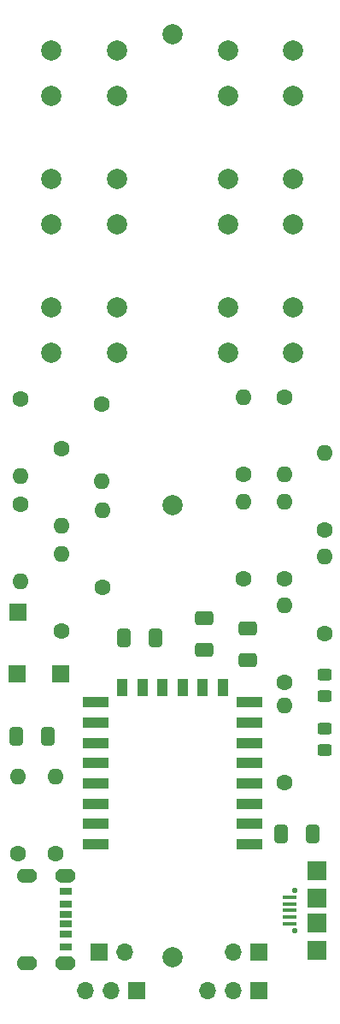
<source format=gbr>
%TF.GenerationSoftware,KiCad,Pcbnew,(6.0.5)*%
%TF.CreationDate,2022-08-02T11:06:52+05:30*%
%TF.ProjectId,ESP12 Smart Remote,45535031-3220-4536-9d61-72742052656d,rev?*%
%TF.SameCoordinates,Original*%
%TF.FileFunction,Soldermask,Top*%
%TF.FilePolarity,Negative*%
%FSLAX46Y46*%
G04 Gerber Fmt 4.6, Leading zero omitted, Abs format (unit mm)*
G04 Created by KiCad (PCBNEW (6.0.5)) date 2022-08-02 11:06:52*
%MOMM*%
%LPD*%
G01*
G04 APERTURE LIST*
G04 Aperture macros list*
%AMRoundRect*
0 Rectangle with rounded corners*
0 $1 Rounding radius*
0 $2 $3 $4 $5 $6 $7 $8 $9 X,Y pos of 4 corners*
0 Add a 4 corners polygon primitive as box body*
4,1,4,$2,$3,$4,$5,$6,$7,$8,$9,$2,$3,0*
0 Add four circle primitives for the rounded corners*
1,1,$1+$1,$2,$3*
1,1,$1+$1,$4,$5*
1,1,$1+$1,$6,$7*
1,1,$1+$1,$8,$9*
0 Add four rect primitives between the rounded corners*
20,1,$1+$1,$2,$3,$4,$5,0*
20,1,$1+$1,$4,$5,$6,$7,0*
20,1,$1+$1,$6,$7,$8,$9,0*
20,1,$1+$1,$8,$9,$2,$3,0*%
G04 Aperture macros list end*
%ADD10C,0.010000*%
%ADD11C,2.000000*%
%ADD12C,1.600000*%
%ADD13O,1.600000X1.600000*%
%ADD14C,0.550000*%
%ADD15R,1.350000X0.400000*%
%ADD16R,1.900000X1.900000*%
%ADD17R,1.700000X1.700000*%
%ADD18O,1.700000X1.700000*%
%ADD19RoundRect,0.250000X0.450000X-0.325000X0.450000X0.325000X-0.450000X0.325000X-0.450000X-0.325000X0*%
%ADD20R,2.500000X1.000000*%
%ADD21R,1.000000X1.800000*%
%ADD22RoundRect,0.250000X0.650000X-0.412500X0.650000X0.412500X-0.650000X0.412500X-0.650000X-0.412500X0*%
%ADD23RoundRect,0.250000X-0.412500X-0.650000X0.412500X-0.650000X0.412500X0.650000X-0.412500X0.650000X0*%
%ADD24R,1.200000X0.700000*%
%ADD25R,1.200000X0.760000*%
%ADD26R,1.200000X0.800000*%
G04 APERTURE END LIST*
%TO.C,J1*%
G36*
X140504000Y-126349000D02*
G01*
X140538000Y-126352000D01*
X140572000Y-126356000D01*
X140605000Y-126362000D01*
X140638000Y-126370000D01*
X140671000Y-126380000D01*
X140703000Y-126391000D01*
X140734000Y-126404000D01*
X140765000Y-126419000D01*
X140795000Y-126435000D01*
X140824000Y-126453000D01*
X140852000Y-126472000D01*
X140879000Y-126493000D01*
X140905000Y-126515000D01*
X140930000Y-126538000D01*
X140953000Y-126563000D01*
X140975000Y-126589000D01*
X140996000Y-126616000D01*
X141015000Y-126644000D01*
X141033000Y-126673000D01*
X141049000Y-126703000D01*
X141064000Y-126734000D01*
X141077000Y-126765000D01*
X141088000Y-126797000D01*
X141098000Y-126830000D01*
X141106000Y-126863000D01*
X141112000Y-126896000D01*
X141116000Y-126930000D01*
X141119000Y-126964000D01*
X141120000Y-126998000D01*
X141119000Y-127032000D01*
X141116000Y-127066000D01*
X141112000Y-127100000D01*
X141106000Y-127133000D01*
X141098000Y-127166000D01*
X141088000Y-127199000D01*
X141077000Y-127231000D01*
X141064000Y-127262000D01*
X141049000Y-127293000D01*
X141033000Y-127323000D01*
X141015000Y-127352000D01*
X140996000Y-127380000D01*
X140975000Y-127407000D01*
X140953000Y-127433000D01*
X140930000Y-127458000D01*
X140905000Y-127481000D01*
X140879000Y-127503000D01*
X140852000Y-127524000D01*
X140824000Y-127543000D01*
X140795000Y-127561000D01*
X140765000Y-127577000D01*
X140734000Y-127592000D01*
X140703000Y-127605000D01*
X140671000Y-127616000D01*
X140638000Y-127626000D01*
X140605000Y-127634000D01*
X140572000Y-127640000D01*
X140538000Y-127644000D01*
X140504000Y-127647000D01*
X140470000Y-127648000D01*
X139870000Y-127648000D01*
X139836000Y-127647000D01*
X139802000Y-127644000D01*
X139768000Y-127640000D01*
X139735000Y-127634000D01*
X139702000Y-127626000D01*
X139669000Y-127616000D01*
X139637000Y-127605000D01*
X139606000Y-127592000D01*
X139575000Y-127577000D01*
X139545000Y-127561000D01*
X139516000Y-127543000D01*
X139488000Y-127524000D01*
X139461000Y-127503000D01*
X139435000Y-127481000D01*
X139410000Y-127458000D01*
X139387000Y-127433000D01*
X139365000Y-127407000D01*
X139344000Y-127380000D01*
X139325000Y-127352000D01*
X139307000Y-127323000D01*
X139291000Y-127293000D01*
X139276000Y-127262000D01*
X139263000Y-127231000D01*
X139252000Y-127199000D01*
X139242000Y-127166000D01*
X139234000Y-127133000D01*
X139228000Y-127100000D01*
X139224000Y-127066000D01*
X139221000Y-127032000D01*
X139220000Y-126998000D01*
X139221000Y-126964000D01*
X139224000Y-126930000D01*
X139228000Y-126896000D01*
X139234000Y-126863000D01*
X139242000Y-126830000D01*
X139252000Y-126797000D01*
X139263000Y-126765000D01*
X139276000Y-126734000D01*
X139291000Y-126703000D01*
X139307000Y-126673000D01*
X139325000Y-126644000D01*
X139344000Y-126616000D01*
X139365000Y-126589000D01*
X139387000Y-126563000D01*
X139410000Y-126538000D01*
X139435000Y-126515000D01*
X139461000Y-126493000D01*
X139488000Y-126472000D01*
X139516000Y-126453000D01*
X139545000Y-126435000D01*
X139575000Y-126419000D01*
X139606000Y-126404000D01*
X139637000Y-126391000D01*
X139669000Y-126380000D01*
X139702000Y-126370000D01*
X139735000Y-126362000D01*
X139768000Y-126356000D01*
X139802000Y-126352000D01*
X139836000Y-126349000D01*
X139870000Y-126348000D01*
X140470000Y-126348000D01*
X140504000Y-126349000D01*
G37*
D10*
X140504000Y-126349000D02*
X140538000Y-126352000D01*
X140572000Y-126356000D01*
X140605000Y-126362000D01*
X140638000Y-126370000D01*
X140671000Y-126380000D01*
X140703000Y-126391000D01*
X140734000Y-126404000D01*
X140765000Y-126419000D01*
X140795000Y-126435000D01*
X140824000Y-126453000D01*
X140852000Y-126472000D01*
X140879000Y-126493000D01*
X140905000Y-126515000D01*
X140930000Y-126538000D01*
X140953000Y-126563000D01*
X140975000Y-126589000D01*
X140996000Y-126616000D01*
X141015000Y-126644000D01*
X141033000Y-126673000D01*
X141049000Y-126703000D01*
X141064000Y-126734000D01*
X141077000Y-126765000D01*
X141088000Y-126797000D01*
X141098000Y-126830000D01*
X141106000Y-126863000D01*
X141112000Y-126896000D01*
X141116000Y-126930000D01*
X141119000Y-126964000D01*
X141120000Y-126998000D01*
X141119000Y-127032000D01*
X141116000Y-127066000D01*
X141112000Y-127100000D01*
X141106000Y-127133000D01*
X141098000Y-127166000D01*
X141088000Y-127199000D01*
X141077000Y-127231000D01*
X141064000Y-127262000D01*
X141049000Y-127293000D01*
X141033000Y-127323000D01*
X141015000Y-127352000D01*
X140996000Y-127380000D01*
X140975000Y-127407000D01*
X140953000Y-127433000D01*
X140930000Y-127458000D01*
X140905000Y-127481000D01*
X140879000Y-127503000D01*
X140852000Y-127524000D01*
X140824000Y-127543000D01*
X140795000Y-127561000D01*
X140765000Y-127577000D01*
X140734000Y-127592000D01*
X140703000Y-127605000D01*
X140671000Y-127616000D01*
X140638000Y-127626000D01*
X140605000Y-127634000D01*
X140572000Y-127640000D01*
X140538000Y-127644000D01*
X140504000Y-127647000D01*
X140470000Y-127648000D01*
X139870000Y-127648000D01*
X139836000Y-127647000D01*
X139802000Y-127644000D01*
X139768000Y-127640000D01*
X139735000Y-127634000D01*
X139702000Y-127626000D01*
X139669000Y-127616000D01*
X139637000Y-127605000D01*
X139606000Y-127592000D01*
X139575000Y-127577000D01*
X139545000Y-127561000D01*
X139516000Y-127543000D01*
X139488000Y-127524000D01*
X139461000Y-127503000D01*
X139435000Y-127481000D01*
X139410000Y-127458000D01*
X139387000Y-127433000D01*
X139365000Y-127407000D01*
X139344000Y-127380000D01*
X139325000Y-127352000D01*
X139307000Y-127323000D01*
X139291000Y-127293000D01*
X139276000Y-127262000D01*
X139263000Y-127231000D01*
X139252000Y-127199000D01*
X139242000Y-127166000D01*
X139234000Y-127133000D01*
X139228000Y-127100000D01*
X139224000Y-127066000D01*
X139221000Y-127032000D01*
X139220000Y-126998000D01*
X139221000Y-126964000D01*
X139224000Y-126930000D01*
X139228000Y-126896000D01*
X139234000Y-126863000D01*
X139242000Y-126830000D01*
X139252000Y-126797000D01*
X139263000Y-126765000D01*
X139276000Y-126734000D01*
X139291000Y-126703000D01*
X139307000Y-126673000D01*
X139325000Y-126644000D01*
X139344000Y-126616000D01*
X139365000Y-126589000D01*
X139387000Y-126563000D01*
X139410000Y-126538000D01*
X139435000Y-126515000D01*
X139461000Y-126493000D01*
X139488000Y-126472000D01*
X139516000Y-126453000D01*
X139545000Y-126435000D01*
X139575000Y-126419000D01*
X139606000Y-126404000D01*
X139637000Y-126391000D01*
X139669000Y-126380000D01*
X139702000Y-126370000D01*
X139735000Y-126362000D01*
X139768000Y-126356000D01*
X139802000Y-126352000D01*
X139836000Y-126349000D01*
X139870000Y-126348000D01*
X140470000Y-126348000D01*
X140504000Y-126349000D01*
G36*
X144304000Y-134989000D02*
G01*
X144338000Y-134992000D01*
X144372000Y-134996000D01*
X144405000Y-135002000D01*
X144438000Y-135010000D01*
X144471000Y-135020000D01*
X144503000Y-135031000D01*
X144534000Y-135044000D01*
X144565000Y-135059000D01*
X144595000Y-135075000D01*
X144624000Y-135093000D01*
X144652000Y-135112000D01*
X144679000Y-135133000D01*
X144705000Y-135155000D01*
X144730000Y-135178000D01*
X144753000Y-135203000D01*
X144775000Y-135229000D01*
X144796000Y-135256000D01*
X144815000Y-135284000D01*
X144833000Y-135313000D01*
X144849000Y-135343000D01*
X144864000Y-135374000D01*
X144877000Y-135405000D01*
X144888000Y-135437000D01*
X144898000Y-135470000D01*
X144906000Y-135503000D01*
X144912000Y-135536000D01*
X144916000Y-135570000D01*
X144919000Y-135604000D01*
X144920000Y-135638000D01*
X144919000Y-135672000D01*
X144916000Y-135706000D01*
X144912000Y-135740000D01*
X144906000Y-135773000D01*
X144898000Y-135806000D01*
X144888000Y-135839000D01*
X144877000Y-135871000D01*
X144864000Y-135902000D01*
X144849000Y-135933000D01*
X144833000Y-135963000D01*
X144815000Y-135992000D01*
X144796000Y-136020000D01*
X144775000Y-136047000D01*
X144753000Y-136073000D01*
X144730000Y-136098000D01*
X144705000Y-136121000D01*
X144679000Y-136143000D01*
X144652000Y-136164000D01*
X144624000Y-136183000D01*
X144595000Y-136201000D01*
X144565000Y-136217000D01*
X144534000Y-136232000D01*
X144503000Y-136245000D01*
X144471000Y-136256000D01*
X144438000Y-136266000D01*
X144405000Y-136274000D01*
X144372000Y-136280000D01*
X144338000Y-136284000D01*
X144304000Y-136287000D01*
X144270000Y-136288000D01*
X143670000Y-136288000D01*
X143636000Y-136287000D01*
X143602000Y-136284000D01*
X143568000Y-136280000D01*
X143535000Y-136274000D01*
X143502000Y-136266000D01*
X143469000Y-136256000D01*
X143437000Y-136245000D01*
X143406000Y-136232000D01*
X143375000Y-136217000D01*
X143345000Y-136201000D01*
X143316000Y-136183000D01*
X143288000Y-136164000D01*
X143261000Y-136143000D01*
X143235000Y-136121000D01*
X143210000Y-136098000D01*
X143187000Y-136073000D01*
X143165000Y-136047000D01*
X143144000Y-136020000D01*
X143125000Y-135992000D01*
X143107000Y-135963000D01*
X143091000Y-135933000D01*
X143076000Y-135902000D01*
X143063000Y-135871000D01*
X143052000Y-135839000D01*
X143042000Y-135806000D01*
X143034000Y-135773000D01*
X143028000Y-135740000D01*
X143024000Y-135706000D01*
X143021000Y-135672000D01*
X143020000Y-135638000D01*
X143021000Y-135604000D01*
X143024000Y-135570000D01*
X143028000Y-135536000D01*
X143034000Y-135503000D01*
X143042000Y-135470000D01*
X143052000Y-135437000D01*
X143063000Y-135405000D01*
X143076000Y-135374000D01*
X143091000Y-135343000D01*
X143107000Y-135313000D01*
X143125000Y-135284000D01*
X143144000Y-135256000D01*
X143165000Y-135229000D01*
X143187000Y-135203000D01*
X143210000Y-135178000D01*
X143235000Y-135155000D01*
X143261000Y-135133000D01*
X143288000Y-135112000D01*
X143316000Y-135093000D01*
X143345000Y-135075000D01*
X143375000Y-135059000D01*
X143406000Y-135044000D01*
X143437000Y-135031000D01*
X143469000Y-135020000D01*
X143502000Y-135010000D01*
X143535000Y-135002000D01*
X143568000Y-134996000D01*
X143602000Y-134992000D01*
X143636000Y-134989000D01*
X143670000Y-134988000D01*
X144270000Y-134988000D01*
X144304000Y-134989000D01*
G37*
X144304000Y-134989000D02*
X144338000Y-134992000D01*
X144372000Y-134996000D01*
X144405000Y-135002000D01*
X144438000Y-135010000D01*
X144471000Y-135020000D01*
X144503000Y-135031000D01*
X144534000Y-135044000D01*
X144565000Y-135059000D01*
X144595000Y-135075000D01*
X144624000Y-135093000D01*
X144652000Y-135112000D01*
X144679000Y-135133000D01*
X144705000Y-135155000D01*
X144730000Y-135178000D01*
X144753000Y-135203000D01*
X144775000Y-135229000D01*
X144796000Y-135256000D01*
X144815000Y-135284000D01*
X144833000Y-135313000D01*
X144849000Y-135343000D01*
X144864000Y-135374000D01*
X144877000Y-135405000D01*
X144888000Y-135437000D01*
X144898000Y-135470000D01*
X144906000Y-135503000D01*
X144912000Y-135536000D01*
X144916000Y-135570000D01*
X144919000Y-135604000D01*
X144920000Y-135638000D01*
X144919000Y-135672000D01*
X144916000Y-135706000D01*
X144912000Y-135740000D01*
X144906000Y-135773000D01*
X144898000Y-135806000D01*
X144888000Y-135839000D01*
X144877000Y-135871000D01*
X144864000Y-135902000D01*
X144849000Y-135933000D01*
X144833000Y-135963000D01*
X144815000Y-135992000D01*
X144796000Y-136020000D01*
X144775000Y-136047000D01*
X144753000Y-136073000D01*
X144730000Y-136098000D01*
X144705000Y-136121000D01*
X144679000Y-136143000D01*
X144652000Y-136164000D01*
X144624000Y-136183000D01*
X144595000Y-136201000D01*
X144565000Y-136217000D01*
X144534000Y-136232000D01*
X144503000Y-136245000D01*
X144471000Y-136256000D01*
X144438000Y-136266000D01*
X144405000Y-136274000D01*
X144372000Y-136280000D01*
X144338000Y-136284000D01*
X144304000Y-136287000D01*
X144270000Y-136288000D01*
X143670000Y-136288000D01*
X143636000Y-136287000D01*
X143602000Y-136284000D01*
X143568000Y-136280000D01*
X143535000Y-136274000D01*
X143502000Y-136266000D01*
X143469000Y-136256000D01*
X143437000Y-136245000D01*
X143406000Y-136232000D01*
X143375000Y-136217000D01*
X143345000Y-136201000D01*
X143316000Y-136183000D01*
X143288000Y-136164000D01*
X143261000Y-136143000D01*
X143235000Y-136121000D01*
X143210000Y-136098000D01*
X143187000Y-136073000D01*
X143165000Y-136047000D01*
X143144000Y-136020000D01*
X143125000Y-135992000D01*
X143107000Y-135963000D01*
X143091000Y-135933000D01*
X143076000Y-135902000D01*
X143063000Y-135871000D01*
X143052000Y-135839000D01*
X143042000Y-135806000D01*
X143034000Y-135773000D01*
X143028000Y-135740000D01*
X143024000Y-135706000D01*
X143021000Y-135672000D01*
X143020000Y-135638000D01*
X143021000Y-135604000D01*
X143024000Y-135570000D01*
X143028000Y-135536000D01*
X143034000Y-135503000D01*
X143042000Y-135470000D01*
X143052000Y-135437000D01*
X143063000Y-135405000D01*
X143076000Y-135374000D01*
X143091000Y-135343000D01*
X143107000Y-135313000D01*
X143125000Y-135284000D01*
X143144000Y-135256000D01*
X143165000Y-135229000D01*
X143187000Y-135203000D01*
X143210000Y-135178000D01*
X143235000Y-135155000D01*
X143261000Y-135133000D01*
X143288000Y-135112000D01*
X143316000Y-135093000D01*
X143345000Y-135075000D01*
X143375000Y-135059000D01*
X143406000Y-135044000D01*
X143437000Y-135031000D01*
X143469000Y-135020000D01*
X143502000Y-135010000D01*
X143535000Y-135002000D01*
X143568000Y-134996000D01*
X143602000Y-134992000D01*
X143636000Y-134989000D01*
X143670000Y-134988000D01*
X144270000Y-134988000D01*
X144304000Y-134989000D01*
G36*
X140504000Y-134989000D02*
G01*
X140538000Y-134992000D01*
X140572000Y-134996000D01*
X140605000Y-135002000D01*
X140638000Y-135010000D01*
X140671000Y-135020000D01*
X140703000Y-135031000D01*
X140734000Y-135044000D01*
X140765000Y-135059000D01*
X140795000Y-135075000D01*
X140824000Y-135093000D01*
X140852000Y-135112000D01*
X140879000Y-135133000D01*
X140905000Y-135155000D01*
X140930000Y-135178000D01*
X140953000Y-135203000D01*
X140975000Y-135229000D01*
X140996000Y-135256000D01*
X141015000Y-135284000D01*
X141033000Y-135313000D01*
X141049000Y-135343000D01*
X141064000Y-135374000D01*
X141077000Y-135405000D01*
X141088000Y-135437000D01*
X141098000Y-135470000D01*
X141106000Y-135503000D01*
X141112000Y-135536000D01*
X141116000Y-135570000D01*
X141119000Y-135604000D01*
X141120000Y-135638000D01*
X141119000Y-135672000D01*
X141116000Y-135706000D01*
X141112000Y-135740000D01*
X141106000Y-135773000D01*
X141098000Y-135806000D01*
X141088000Y-135839000D01*
X141077000Y-135871000D01*
X141064000Y-135902000D01*
X141049000Y-135933000D01*
X141033000Y-135963000D01*
X141015000Y-135992000D01*
X140996000Y-136020000D01*
X140975000Y-136047000D01*
X140953000Y-136073000D01*
X140930000Y-136098000D01*
X140905000Y-136121000D01*
X140879000Y-136143000D01*
X140852000Y-136164000D01*
X140824000Y-136183000D01*
X140795000Y-136201000D01*
X140765000Y-136217000D01*
X140734000Y-136232000D01*
X140703000Y-136245000D01*
X140671000Y-136256000D01*
X140638000Y-136266000D01*
X140605000Y-136274000D01*
X140572000Y-136280000D01*
X140538000Y-136284000D01*
X140504000Y-136287000D01*
X140470000Y-136288000D01*
X139870000Y-136288000D01*
X139836000Y-136287000D01*
X139802000Y-136284000D01*
X139768000Y-136280000D01*
X139735000Y-136274000D01*
X139702000Y-136266000D01*
X139669000Y-136256000D01*
X139637000Y-136245000D01*
X139606000Y-136232000D01*
X139575000Y-136217000D01*
X139545000Y-136201000D01*
X139516000Y-136183000D01*
X139488000Y-136164000D01*
X139461000Y-136143000D01*
X139435000Y-136121000D01*
X139410000Y-136098000D01*
X139387000Y-136073000D01*
X139365000Y-136047000D01*
X139344000Y-136020000D01*
X139325000Y-135992000D01*
X139307000Y-135963000D01*
X139291000Y-135933000D01*
X139276000Y-135902000D01*
X139263000Y-135871000D01*
X139252000Y-135839000D01*
X139242000Y-135806000D01*
X139234000Y-135773000D01*
X139228000Y-135740000D01*
X139224000Y-135706000D01*
X139221000Y-135672000D01*
X139220000Y-135638000D01*
X139221000Y-135604000D01*
X139224000Y-135570000D01*
X139228000Y-135536000D01*
X139234000Y-135503000D01*
X139242000Y-135470000D01*
X139252000Y-135437000D01*
X139263000Y-135405000D01*
X139276000Y-135374000D01*
X139291000Y-135343000D01*
X139307000Y-135313000D01*
X139325000Y-135284000D01*
X139344000Y-135256000D01*
X139365000Y-135229000D01*
X139387000Y-135203000D01*
X139410000Y-135178000D01*
X139435000Y-135155000D01*
X139461000Y-135133000D01*
X139488000Y-135112000D01*
X139516000Y-135093000D01*
X139545000Y-135075000D01*
X139575000Y-135059000D01*
X139606000Y-135044000D01*
X139637000Y-135031000D01*
X139669000Y-135020000D01*
X139702000Y-135010000D01*
X139735000Y-135002000D01*
X139768000Y-134996000D01*
X139802000Y-134992000D01*
X139836000Y-134989000D01*
X139870000Y-134988000D01*
X140470000Y-134988000D01*
X140504000Y-134989000D01*
G37*
X140504000Y-134989000D02*
X140538000Y-134992000D01*
X140572000Y-134996000D01*
X140605000Y-135002000D01*
X140638000Y-135010000D01*
X140671000Y-135020000D01*
X140703000Y-135031000D01*
X140734000Y-135044000D01*
X140765000Y-135059000D01*
X140795000Y-135075000D01*
X140824000Y-135093000D01*
X140852000Y-135112000D01*
X140879000Y-135133000D01*
X140905000Y-135155000D01*
X140930000Y-135178000D01*
X140953000Y-135203000D01*
X140975000Y-135229000D01*
X140996000Y-135256000D01*
X141015000Y-135284000D01*
X141033000Y-135313000D01*
X141049000Y-135343000D01*
X141064000Y-135374000D01*
X141077000Y-135405000D01*
X141088000Y-135437000D01*
X141098000Y-135470000D01*
X141106000Y-135503000D01*
X141112000Y-135536000D01*
X141116000Y-135570000D01*
X141119000Y-135604000D01*
X141120000Y-135638000D01*
X141119000Y-135672000D01*
X141116000Y-135706000D01*
X141112000Y-135740000D01*
X141106000Y-135773000D01*
X141098000Y-135806000D01*
X141088000Y-135839000D01*
X141077000Y-135871000D01*
X141064000Y-135902000D01*
X141049000Y-135933000D01*
X141033000Y-135963000D01*
X141015000Y-135992000D01*
X140996000Y-136020000D01*
X140975000Y-136047000D01*
X140953000Y-136073000D01*
X140930000Y-136098000D01*
X140905000Y-136121000D01*
X140879000Y-136143000D01*
X140852000Y-136164000D01*
X140824000Y-136183000D01*
X140795000Y-136201000D01*
X140765000Y-136217000D01*
X140734000Y-136232000D01*
X140703000Y-136245000D01*
X140671000Y-136256000D01*
X140638000Y-136266000D01*
X140605000Y-136274000D01*
X140572000Y-136280000D01*
X140538000Y-136284000D01*
X140504000Y-136287000D01*
X140470000Y-136288000D01*
X139870000Y-136288000D01*
X139836000Y-136287000D01*
X139802000Y-136284000D01*
X139768000Y-136280000D01*
X139735000Y-136274000D01*
X139702000Y-136266000D01*
X139669000Y-136256000D01*
X139637000Y-136245000D01*
X139606000Y-136232000D01*
X139575000Y-136217000D01*
X139545000Y-136201000D01*
X139516000Y-136183000D01*
X139488000Y-136164000D01*
X139461000Y-136143000D01*
X139435000Y-136121000D01*
X139410000Y-136098000D01*
X139387000Y-136073000D01*
X139365000Y-136047000D01*
X139344000Y-136020000D01*
X139325000Y-135992000D01*
X139307000Y-135963000D01*
X139291000Y-135933000D01*
X139276000Y-135902000D01*
X139263000Y-135871000D01*
X139252000Y-135839000D01*
X139242000Y-135806000D01*
X139234000Y-135773000D01*
X139228000Y-135740000D01*
X139224000Y-135706000D01*
X139221000Y-135672000D01*
X139220000Y-135638000D01*
X139221000Y-135604000D01*
X139224000Y-135570000D01*
X139228000Y-135536000D01*
X139234000Y-135503000D01*
X139242000Y-135470000D01*
X139252000Y-135437000D01*
X139263000Y-135405000D01*
X139276000Y-135374000D01*
X139291000Y-135343000D01*
X139307000Y-135313000D01*
X139325000Y-135284000D01*
X139344000Y-135256000D01*
X139365000Y-135229000D01*
X139387000Y-135203000D01*
X139410000Y-135178000D01*
X139435000Y-135155000D01*
X139461000Y-135133000D01*
X139488000Y-135112000D01*
X139516000Y-135093000D01*
X139545000Y-135075000D01*
X139575000Y-135059000D01*
X139606000Y-135044000D01*
X139637000Y-135031000D01*
X139669000Y-135020000D01*
X139702000Y-135010000D01*
X139735000Y-135002000D01*
X139768000Y-134996000D01*
X139802000Y-134992000D01*
X139836000Y-134989000D01*
X139870000Y-134988000D01*
X140470000Y-134988000D01*
X140504000Y-134989000D01*
G36*
X144304000Y-126349000D02*
G01*
X144338000Y-126352000D01*
X144372000Y-126356000D01*
X144405000Y-126362000D01*
X144438000Y-126370000D01*
X144471000Y-126380000D01*
X144503000Y-126391000D01*
X144534000Y-126404000D01*
X144565000Y-126419000D01*
X144595000Y-126435000D01*
X144624000Y-126453000D01*
X144652000Y-126472000D01*
X144679000Y-126493000D01*
X144705000Y-126515000D01*
X144730000Y-126538000D01*
X144753000Y-126563000D01*
X144775000Y-126589000D01*
X144796000Y-126616000D01*
X144815000Y-126644000D01*
X144833000Y-126673000D01*
X144849000Y-126703000D01*
X144864000Y-126734000D01*
X144877000Y-126765000D01*
X144888000Y-126797000D01*
X144898000Y-126830000D01*
X144906000Y-126863000D01*
X144912000Y-126896000D01*
X144916000Y-126930000D01*
X144919000Y-126964000D01*
X144920000Y-126998000D01*
X144919000Y-127032000D01*
X144916000Y-127066000D01*
X144912000Y-127100000D01*
X144906000Y-127133000D01*
X144898000Y-127166000D01*
X144888000Y-127199000D01*
X144877000Y-127231000D01*
X144864000Y-127262000D01*
X144849000Y-127293000D01*
X144833000Y-127323000D01*
X144815000Y-127352000D01*
X144796000Y-127380000D01*
X144775000Y-127407000D01*
X144753000Y-127433000D01*
X144730000Y-127458000D01*
X144705000Y-127481000D01*
X144679000Y-127503000D01*
X144652000Y-127524000D01*
X144624000Y-127543000D01*
X144595000Y-127561000D01*
X144565000Y-127577000D01*
X144534000Y-127592000D01*
X144503000Y-127605000D01*
X144471000Y-127616000D01*
X144438000Y-127626000D01*
X144405000Y-127634000D01*
X144372000Y-127640000D01*
X144338000Y-127644000D01*
X144304000Y-127647000D01*
X144270000Y-127648000D01*
X143670000Y-127648000D01*
X143636000Y-127647000D01*
X143602000Y-127644000D01*
X143568000Y-127640000D01*
X143535000Y-127634000D01*
X143502000Y-127626000D01*
X143469000Y-127616000D01*
X143437000Y-127605000D01*
X143406000Y-127592000D01*
X143375000Y-127577000D01*
X143345000Y-127561000D01*
X143316000Y-127543000D01*
X143288000Y-127524000D01*
X143261000Y-127503000D01*
X143235000Y-127481000D01*
X143210000Y-127458000D01*
X143187000Y-127433000D01*
X143165000Y-127407000D01*
X143144000Y-127380000D01*
X143125000Y-127352000D01*
X143107000Y-127323000D01*
X143091000Y-127293000D01*
X143076000Y-127262000D01*
X143063000Y-127231000D01*
X143052000Y-127199000D01*
X143042000Y-127166000D01*
X143034000Y-127133000D01*
X143028000Y-127100000D01*
X143024000Y-127066000D01*
X143021000Y-127032000D01*
X143020000Y-126998000D01*
X143021000Y-126964000D01*
X143024000Y-126930000D01*
X143028000Y-126896000D01*
X143034000Y-126863000D01*
X143042000Y-126830000D01*
X143052000Y-126797000D01*
X143063000Y-126765000D01*
X143076000Y-126734000D01*
X143091000Y-126703000D01*
X143107000Y-126673000D01*
X143125000Y-126644000D01*
X143144000Y-126616000D01*
X143165000Y-126589000D01*
X143187000Y-126563000D01*
X143210000Y-126538000D01*
X143235000Y-126515000D01*
X143261000Y-126493000D01*
X143288000Y-126472000D01*
X143316000Y-126453000D01*
X143345000Y-126435000D01*
X143375000Y-126419000D01*
X143406000Y-126404000D01*
X143437000Y-126391000D01*
X143469000Y-126380000D01*
X143502000Y-126370000D01*
X143535000Y-126362000D01*
X143568000Y-126356000D01*
X143602000Y-126352000D01*
X143636000Y-126349000D01*
X143670000Y-126348000D01*
X144270000Y-126348000D01*
X144304000Y-126349000D01*
G37*
X144304000Y-126349000D02*
X144338000Y-126352000D01*
X144372000Y-126356000D01*
X144405000Y-126362000D01*
X144438000Y-126370000D01*
X144471000Y-126380000D01*
X144503000Y-126391000D01*
X144534000Y-126404000D01*
X144565000Y-126419000D01*
X144595000Y-126435000D01*
X144624000Y-126453000D01*
X144652000Y-126472000D01*
X144679000Y-126493000D01*
X144705000Y-126515000D01*
X144730000Y-126538000D01*
X144753000Y-126563000D01*
X144775000Y-126589000D01*
X144796000Y-126616000D01*
X144815000Y-126644000D01*
X144833000Y-126673000D01*
X144849000Y-126703000D01*
X144864000Y-126734000D01*
X144877000Y-126765000D01*
X144888000Y-126797000D01*
X144898000Y-126830000D01*
X144906000Y-126863000D01*
X144912000Y-126896000D01*
X144916000Y-126930000D01*
X144919000Y-126964000D01*
X144920000Y-126998000D01*
X144919000Y-127032000D01*
X144916000Y-127066000D01*
X144912000Y-127100000D01*
X144906000Y-127133000D01*
X144898000Y-127166000D01*
X144888000Y-127199000D01*
X144877000Y-127231000D01*
X144864000Y-127262000D01*
X144849000Y-127293000D01*
X144833000Y-127323000D01*
X144815000Y-127352000D01*
X144796000Y-127380000D01*
X144775000Y-127407000D01*
X144753000Y-127433000D01*
X144730000Y-127458000D01*
X144705000Y-127481000D01*
X144679000Y-127503000D01*
X144652000Y-127524000D01*
X144624000Y-127543000D01*
X144595000Y-127561000D01*
X144565000Y-127577000D01*
X144534000Y-127592000D01*
X144503000Y-127605000D01*
X144471000Y-127616000D01*
X144438000Y-127626000D01*
X144405000Y-127634000D01*
X144372000Y-127640000D01*
X144338000Y-127644000D01*
X144304000Y-127647000D01*
X144270000Y-127648000D01*
X143670000Y-127648000D01*
X143636000Y-127647000D01*
X143602000Y-127644000D01*
X143568000Y-127640000D01*
X143535000Y-127634000D01*
X143502000Y-127626000D01*
X143469000Y-127616000D01*
X143437000Y-127605000D01*
X143406000Y-127592000D01*
X143375000Y-127577000D01*
X143345000Y-127561000D01*
X143316000Y-127543000D01*
X143288000Y-127524000D01*
X143261000Y-127503000D01*
X143235000Y-127481000D01*
X143210000Y-127458000D01*
X143187000Y-127433000D01*
X143165000Y-127407000D01*
X143144000Y-127380000D01*
X143125000Y-127352000D01*
X143107000Y-127323000D01*
X143091000Y-127293000D01*
X143076000Y-127262000D01*
X143063000Y-127231000D01*
X143052000Y-127199000D01*
X143042000Y-127166000D01*
X143034000Y-127133000D01*
X143028000Y-127100000D01*
X143024000Y-127066000D01*
X143021000Y-127032000D01*
X143020000Y-126998000D01*
X143021000Y-126964000D01*
X143024000Y-126930000D01*
X143028000Y-126896000D01*
X143034000Y-126863000D01*
X143042000Y-126830000D01*
X143052000Y-126797000D01*
X143063000Y-126765000D01*
X143076000Y-126734000D01*
X143091000Y-126703000D01*
X143107000Y-126673000D01*
X143125000Y-126644000D01*
X143144000Y-126616000D01*
X143165000Y-126589000D01*
X143187000Y-126563000D01*
X143210000Y-126538000D01*
X143235000Y-126515000D01*
X143261000Y-126493000D01*
X143288000Y-126472000D01*
X143316000Y-126453000D01*
X143345000Y-126435000D01*
X143375000Y-126419000D01*
X143406000Y-126404000D01*
X143437000Y-126391000D01*
X143469000Y-126380000D01*
X143502000Y-126370000D01*
X143535000Y-126362000D01*
X143568000Y-126356000D01*
X143602000Y-126352000D01*
X143636000Y-126349000D01*
X143670000Y-126348000D01*
X144270000Y-126348000D01*
X144304000Y-126349000D01*
%TD*%
D11*
%TO.C,SW6*%
X166616000Y-70800000D03*
X160116000Y-70800000D03*
X166616000Y-75300000D03*
X160116000Y-75300000D03*
%TD*%
D12*
%TO.C,R6*%
X143637000Y-102870000D03*
D13*
X143637000Y-95250000D03*
%TD*%
D12*
%TO.C,R5*%
X139573000Y-90297000D03*
D13*
X139573000Y-97917000D03*
%TD*%
D12*
%TO.C,R15*%
X161671000Y-87376000D03*
D13*
X161671000Y-79756000D03*
%TD*%
D11*
%TO.C,SW4*%
X160116000Y-58100000D03*
X166616000Y-58100000D03*
X166616000Y-62600000D03*
X160116000Y-62600000D03*
%TD*%
D12*
%TO.C,R8*%
X165735000Y-117856000D03*
D13*
X165735000Y-110236000D03*
%TD*%
D14*
%TO.C,J6*%
X166760000Y-132468000D03*
X166760000Y-128468000D03*
D15*
X166235000Y-131768000D03*
X166235000Y-131118000D03*
X166235000Y-130468000D03*
X166235000Y-129818000D03*
X166235000Y-129168000D03*
D16*
X168910000Y-134418000D03*
X168910000Y-131668000D03*
X168910000Y-129268000D03*
X168910000Y-126518000D03*
%TD*%
D11*
%TO.C,SW1*%
X142660000Y-45400000D03*
X149160000Y-45400000D03*
X149160000Y-49900000D03*
X142660000Y-49900000D03*
%TD*%
D17*
%TO.C,J7*%
X163195000Y-134620000D03*
D18*
X160655000Y-134620000D03*
%TD*%
D11*
%TO.C,SW3*%
X149160000Y-58100000D03*
X142660000Y-58100000D03*
X149160000Y-62600000D03*
X142660000Y-62600000D03*
%TD*%
D19*
%TO.C,D1*%
X169672000Y-114563000D03*
X169672000Y-112513000D03*
%TD*%
D12*
%TO.C,R11*%
X139573000Y-79883000D03*
D13*
X139573000Y-87503000D03*
%TD*%
D17*
%TO.C,SW7*%
X151115000Y-138430000D03*
D18*
X148575000Y-138430000D03*
X146035000Y-138430000D03*
%TD*%
D20*
%TO.C,U1*%
X162238000Y-123896000D03*
X162238000Y-121896000D03*
X162238000Y-119896000D03*
X162238000Y-117896000D03*
X162238000Y-115896000D03*
X162238000Y-113896000D03*
X162238000Y-111896000D03*
X162238000Y-109896000D03*
D21*
X159638000Y-108396000D03*
X157638000Y-108396000D03*
X155638000Y-108396000D03*
X153638000Y-108396000D03*
X151638000Y-108396000D03*
X149638000Y-108396000D03*
D20*
X147038000Y-109896000D03*
X147038000Y-111896000D03*
X147038000Y-113896000D03*
X147038000Y-115896000D03*
X147038000Y-117896000D03*
X147038000Y-119896000D03*
X147038000Y-121896000D03*
X147038000Y-123896000D03*
%TD*%
D11*
%TO.C,SW2*%
X166616000Y-45400000D03*
X160116000Y-45400000D03*
X160116000Y-49900000D03*
X166616000Y-49900000D03*
%TD*%
D17*
%TO.C,J2*%
X143510000Y-107061000D03*
%TD*%
D12*
%TO.C,R16*%
X169672000Y-92837000D03*
D13*
X169672000Y-85217000D03*
%TD*%
D17*
%TO.C,J4*%
X139192000Y-107061000D03*
%TD*%
D12*
%TO.C,R7*%
X143637000Y-84836000D03*
D13*
X143637000Y-92456000D03*
%TD*%
D12*
%TO.C,R12*%
X147701000Y-98552000D03*
D13*
X147701000Y-90932000D03*
%TD*%
D11*
%TO.C,REF\u002A\u002A*%
X154638000Y-43815000D03*
%TD*%
D22*
%TO.C,C2*%
X157734000Y-104686500D03*
X157734000Y-101561500D03*
%TD*%
D12*
%TO.C,R1*%
X165735000Y-79756000D03*
D13*
X165735000Y-87376000D03*
%TD*%
D12*
%TO.C,R13*%
X169672000Y-103124000D03*
D13*
X169672000Y-95504000D03*
%TD*%
D11*
%TO.C,REF\u002A\u002A*%
X154638000Y-90375000D03*
%TD*%
%TO.C,REF\u002A\u002A*%
X154638000Y-135072000D03*
%TD*%
D23*
%TO.C,C3*%
X149821500Y-103505000D03*
X152946500Y-103505000D03*
%TD*%
D12*
%TO.C,R3*%
X139319000Y-124841000D03*
D13*
X139319000Y-117221000D03*
%TD*%
D12*
%TO.C,R14*%
X161671000Y-97663000D03*
D13*
X161671000Y-90043000D03*
%TD*%
D17*
%TO.C,J3*%
X139319000Y-100965000D03*
%TD*%
D12*
%TO.C,R9*%
X165735000Y-107950000D03*
D13*
X165735000Y-100330000D03*
%TD*%
D17*
%TO.C,J8*%
X163211000Y-138430000D03*
D18*
X160671000Y-138430000D03*
X158131000Y-138430000D03*
%TD*%
D19*
%TO.C,D2*%
X169672000Y-109229000D03*
X169672000Y-107179000D03*
%TD*%
D17*
%TO.C,J5*%
X147340000Y-134595000D03*
D18*
X149880000Y-134595000D03*
%TD*%
D22*
%TO.C,C4*%
X162052000Y-105702500D03*
X162052000Y-102577500D03*
%TD*%
D12*
%TO.C,R2*%
X147574000Y-80391000D03*
D13*
X147574000Y-88011000D03*
%TD*%
D24*
%TO.C,J1*%
X144050000Y-130818000D03*
D25*
X144050000Y-132838000D03*
D26*
X144050000Y-134068000D03*
D24*
X144050000Y-131818000D03*
D25*
X144050000Y-129798000D03*
D26*
X144050000Y-128568000D03*
%TD*%
D23*
%TO.C,C1*%
X139153500Y-113284000D03*
X142278500Y-113284000D03*
%TD*%
%TO.C,C5*%
X165403121Y-122936000D03*
X168528121Y-122936000D03*
%TD*%
D12*
%TO.C,R4*%
X143002000Y-124841000D03*
D13*
X143002000Y-117221000D03*
%TD*%
D11*
%TO.C,SW5*%
X149160000Y-70800000D03*
X142660000Y-70800000D03*
X142660000Y-75300000D03*
X149160000Y-75300000D03*
%TD*%
D12*
%TO.C,R10*%
X165735000Y-97663000D03*
D13*
X165735000Y-90043000D03*
%TD*%
M02*

</source>
